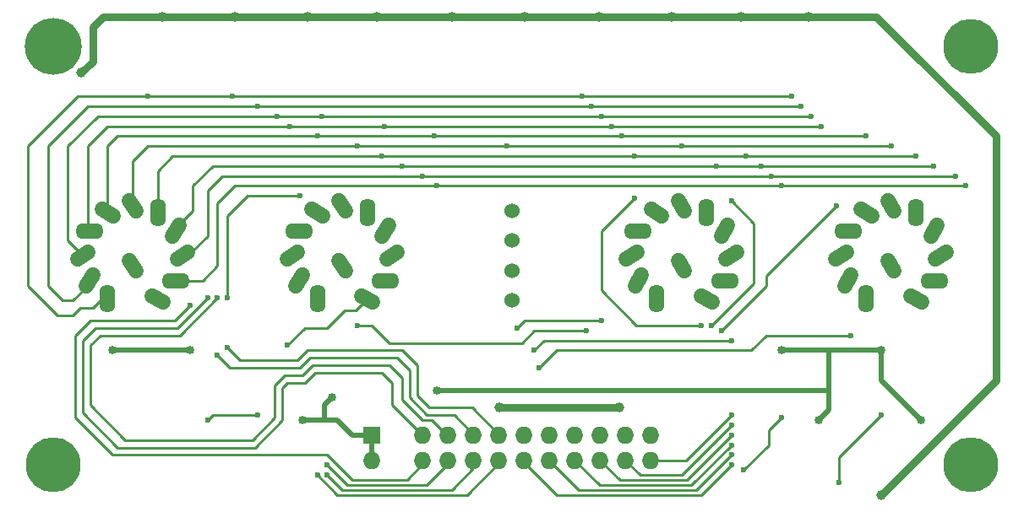
<source format=gbr>
G04 #@! TF.FileFunction,Copper,L2,Bot,Signal*
%FSLAX46Y46*%
G04 Gerber Fmt 4.6, Leading zero omitted, Abs format (unit mm)*
G04 Created by KiCad (PCBNEW 4.0.2-stable) date 9/20/2016 8:44:40 PM*
%MOMM*%
G01*
G04 APERTURE LIST*
%ADD10C,0.100000*%
%ADD11C,1.550000*%
%ADD12O,1.550000X2.800000*%
%ADD13O,2.800000X1.550000*%
%ADD14C,5.500000*%
%ADD15C,5.700000*%
%ADD16C,1.524000*%
%ADD17R,1.727200X1.727200*%
%ADD18O,1.727200X1.727200*%
%ADD19C,0.600000*%
%ADD20C,1.000000*%
%ADD21C,0.850000*%
%ADD22C,0.250000*%
%ADD23C,0.750000*%
%ADD24C,0.500000*%
G04 APERTURE END LIST*
D10*
D11*
X145312500Y-88541266D02*
X144687500Y-87458734D01*
D12*
X142500000Y-91330127D03*
D11*
X146958734Y-91017627D02*
X148041266Y-91642627D01*
D13*
X149330127Y-89500000D03*
D11*
X149458734Y-87312500D02*
X150541266Y-86687500D01*
X149017627Y-85041266D02*
X149642627Y-83958734D01*
D12*
X147500000Y-82669873D03*
D11*
X145312500Y-82541266D02*
X144687500Y-81458734D01*
X143041266Y-82982373D02*
X141958734Y-82357373D01*
D13*
X140669873Y-84500000D03*
D11*
X140541266Y-86687500D02*
X139458734Y-87312500D01*
X140982373Y-88958734D02*
X140357373Y-90041266D01*
X90312500Y-88541266D02*
X89687500Y-87458734D01*
D12*
X87500000Y-91330127D03*
D11*
X91958734Y-91017627D02*
X93041266Y-91642627D01*
D13*
X94330127Y-89500000D03*
D11*
X94458734Y-87312500D02*
X95541266Y-86687500D01*
X94017627Y-85041266D02*
X94642627Y-83958734D01*
D12*
X92500000Y-82669873D03*
D11*
X90312500Y-82541266D02*
X89687500Y-81458734D01*
X88041266Y-82982373D02*
X86958734Y-82357373D01*
D13*
X85669873Y-84500000D03*
D11*
X85541266Y-86687500D02*
X84458734Y-87312500D01*
X85982373Y-88958734D02*
X85357373Y-90041266D01*
X166312500Y-88541266D02*
X165687500Y-87458734D01*
D12*
X163500000Y-91330127D03*
D11*
X167958734Y-91017627D02*
X169041266Y-91642627D01*
D13*
X170330127Y-89500000D03*
D11*
X170458734Y-87312500D02*
X171541266Y-86687500D01*
X170017627Y-85041266D02*
X170642627Y-83958734D01*
D12*
X168500000Y-82669873D03*
D11*
X166312500Y-82541266D02*
X165687500Y-81458734D01*
X164041266Y-82982373D02*
X162958734Y-82357373D01*
D13*
X161669873Y-84500000D03*
D11*
X161541266Y-86687500D02*
X160458734Y-87312500D01*
X161982373Y-88958734D02*
X161357373Y-90041266D01*
D14*
X82000000Y-108000000D03*
X174000000Y-108000000D03*
X174000000Y-66000000D03*
D15*
X82000000Y-66000000D03*
D16*
X128000000Y-88500000D03*
X128000000Y-91500000D03*
X128000000Y-82500000D03*
X128000000Y-85500000D03*
D11*
X111312500Y-88541266D02*
X110687500Y-87458734D01*
D12*
X108500000Y-91330127D03*
D11*
X112958734Y-91017627D02*
X114041266Y-91642627D01*
D13*
X115330127Y-89500000D03*
D11*
X115458734Y-87312500D02*
X116541266Y-86687500D01*
X115017627Y-85041266D02*
X115642627Y-83958734D01*
D12*
X113500000Y-82669873D03*
D11*
X111312500Y-82541266D02*
X110687500Y-81458734D01*
X109041266Y-82982373D02*
X107958734Y-82357373D01*
D13*
X106669873Y-84500000D03*
D11*
X106541266Y-86687500D02*
X105458734Y-87312500D01*
X106982373Y-88958734D02*
X106357373Y-90041266D01*
D17*
X114000000Y-105000000D03*
D18*
X114000000Y-107540000D03*
X119080000Y-105000000D03*
X119080000Y-107540000D03*
X121620000Y-105000000D03*
X121620000Y-107540000D03*
X124160000Y-105000000D03*
X124160000Y-107540000D03*
X126700000Y-105000000D03*
X126700000Y-107540000D03*
X129240000Y-105000000D03*
X129240000Y-107540000D03*
X131780000Y-105000000D03*
X131780000Y-107540000D03*
X134320000Y-105000000D03*
X134320000Y-107540000D03*
X136860000Y-105000000D03*
X136860000Y-107540000D03*
X139400000Y-105000000D03*
X139400000Y-107540000D03*
X141940000Y-105000000D03*
X141940000Y-107540000D03*
D19*
X120500000Y-80000000D03*
X155000000Y-80000000D03*
X173500000Y-80000000D03*
X119000000Y-79000000D03*
X154000000Y-79000000D03*
X172500000Y-79000000D03*
X117000000Y-78000000D03*
X148500000Y-78000000D03*
X153000000Y-78000000D03*
X170250000Y-78000000D03*
X115000000Y-77000000D03*
X140250000Y-77000000D03*
X151500000Y-77000000D03*
X168500000Y-77000000D03*
X112500000Y-76000000D03*
X127500000Y-76000000D03*
X145000000Y-76000000D03*
X166000000Y-76000000D03*
X108500000Y-75000000D03*
X120250000Y-75000000D03*
X139000000Y-75000000D03*
X163500000Y-75000000D03*
X105750000Y-74000000D03*
X115250000Y-74000000D03*
X138000000Y-74000000D03*
X159000000Y-74000000D03*
X104500000Y-73000000D03*
X109000000Y-73000000D03*
X137000000Y-73000000D03*
X158000000Y-73000000D03*
X102500000Y-72000000D03*
X136000000Y-72000000D03*
X157000000Y-72000000D03*
X91500000Y-71000000D03*
X100000000Y-71000000D03*
X135000000Y-71000000D03*
X156000000Y-71000000D03*
X160500000Y-82000000D03*
X150000000Y-103000000D03*
X149000000Y-94500000D03*
X97500000Y-91250000D03*
X98500000Y-91250000D03*
X99500000Y-91250000D03*
X95750000Y-92000000D03*
X106750000Y-81000000D03*
X98500000Y-97000000D03*
X109500000Y-108000000D03*
X99500000Y-96250000D03*
X109500000Y-109000000D03*
X130250000Y-96500000D03*
X150000000Y-95500000D03*
X150000000Y-107000000D03*
X130750000Y-98250000D03*
X162000000Y-95000000D03*
X150000000Y-106000000D03*
X150000000Y-105000000D03*
X147000000Y-94000000D03*
X140250000Y-81250000D03*
D20*
X138750000Y-102250000D03*
X126750000Y-102250000D03*
X84875000Y-68625000D03*
X165000000Y-111000000D03*
X93000000Y-63000000D03*
X114500000Y-63000000D03*
X122000000Y-63000000D03*
X129250000Y-63000000D03*
X136750000Y-63000000D03*
X144000000Y-63000000D03*
X151000000Y-63000000D03*
X157750000Y-63000000D03*
X100250000Y-63000000D03*
X107500000Y-63000000D03*
D19*
X150000000Y-104000000D03*
X150000000Y-81500000D03*
X148000000Y-94000000D03*
X150000000Y-108000000D03*
X137000000Y-93500000D03*
X128500000Y-94250000D03*
X135500000Y-94500000D03*
X112500000Y-94000000D03*
X108500000Y-109000000D03*
X151250000Y-108500000D03*
X155000000Y-103250000D03*
X160750000Y-109750000D03*
X165000000Y-103000000D03*
X102500000Y-103000000D03*
X97500000Y-103500000D03*
D21*
X110000000Y-101250000D03*
X88000000Y-96500000D03*
X95750000Y-96500000D03*
X120500000Y-100500000D03*
X158750000Y-103500000D03*
X169000000Y-103500000D03*
X165000000Y-96500000D03*
X155000000Y-96500000D03*
X107000000Y-103500000D03*
D19*
X105500000Y-96000000D03*
D22*
X155000000Y-80000000D02*
X173500000Y-80000000D01*
X100250000Y-80000000D02*
X120500000Y-80000000D01*
X98500000Y-81750000D02*
X100250000Y-80000000D01*
X97000000Y-89500000D02*
X98500000Y-88000000D01*
X98500000Y-88000000D02*
X98500000Y-81750000D01*
X97000000Y-89500000D02*
X94330127Y-89500000D01*
X120500000Y-80000000D02*
X155000000Y-80000000D01*
X99000000Y-79000000D02*
X119000000Y-79000000D01*
X119000000Y-79000000D02*
X154000000Y-79000000D01*
X154000000Y-79000000D02*
X172500000Y-79000000D01*
X99000000Y-79000000D02*
X97500000Y-80500000D01*
X97500000Y-85000000D02*
X97500000Y-80500000D01*
X94750000Y-87000000D02*
X94750000Y-86750000D01*
X95000000Y-87000000D02*
X95500000Y-87000000D01*
X95500000Y-87000000D02*
X97500000Y-85000000D01*
X98000000Y-78000000D02*
X117000000Y-78000000D01*
X117000000Y-78000000D02*
X148500000Y-78000000D01*
X148500000Y-78000000D02*
X153000000Y-78000000D01*
X153000000Y-78000000D02*
X170250000Y-78000000D01*
X94330127Y-84169873D02*
X96000000Y-82500000D01*
X96000000Y-82500000D02*
X96000000Y-80000000D01*
X96000000Y-80000000D02*
X98000000Y-78000000D01*
X94330127Y-84500000D02*
X94330127Y-84169873D01*
X94000000Y-77000000D02*
X115000000Y-77000000D01*
X115000000Y-77000000D02*
X140250000Y-77000000D01*
X140250000Y-77000000D02*
X151500000Y-77000000D01*
X151500000Y-77000000D02*
X168500000Y-77000000D01*
X92500000Y-78500000D02*
X94000000Y-77000000D01*
X92500000Y-82500000D02*
X92500000Y-78500000D01*
X92375000Y-82886379D02*
X92375000Y-82625000D01*
X92375000Y-82625000D02*
X92500000Y-82500000D01*
X90000000Y-77500000D02*
X91500000Y-76000000D01*
X91500000Y-76000000D02*
X112500000Y-76000000D01*
X112500000Y-76000000D02*
X127500000Y-76000000D01*
X127500000Y-76000000D02*
X145000000Y-76000000D01*
X145000000Y-76000000D02*
X166000000Y-76000000D01*
X90000000Y-82500000D02*
X90000000Y-77500000D01*
X90000000Y-82250000D02*
X90250000Y-82250000D01*
X90250000Y-82250000D02*
X90000000Y-82500000D01*
X88500000Y-75000000D02*
X87500000Y-76000000D01*
X87500000Y-82500000D02*
X87500000Y-76000000D01*
X88500000Y-75000000D02*
X108500000Y-75000000D01*
X108500000Y-75000000D02*
X120250000Y-75000000D01*
X120250000Y-75000000D02*
X139000000Y-75000000D01*
X139000000Y-75000000D02*
X163500000Y-75000000D01*
X87625000Y-82886379D02*
X87625000Y-82625000D01*
X87625000Y-82625000D02*
X87500000Y-82500000D01*
X87500000Y-74000000D02*
X105750000Y-74000000D01*
X105750000Y-74000000D02*
X115250000Y-74000000D01*
X115250000Y-74000000D02*
X138000000Y-74000000D01*
X138000000Y-74000000D02*
X159000000Y-74000000D01*
X87500000Y-74000000D02*
X85500000Y-76000000D01*
X85500000Y-84500000D02*
X85500000Y-76000000D01*
X85886379Y-84625000D02*
X85625000Y-84625000D01*
X85625000Y-84625000D02*
X85500000Y-84500000D01*
X158000000Y-73000000D02*
X137000000Y-73000000D01*
X137000000Y-73000000D02*
X109000000Y-73000000D01*
X109000000Y-73000000D02*
X104500000Y-73000000D01*
X104500000Y-73000000D02*
X86500000Y-73000000D01*
X86500000Y-73000000D02*
X83500000Y-76000000D01*
X85000000Y-87000000D02*
X83500000Y-85500000D01*
X83500000Y-85500000D02*
X83500000Y-76000000D01*
X85250000Y-87000000D02*
X85000000Y-87000000D01*
X81500000Y-76000000D02*
X85500000Y-72000000D01*
X85500000Y-72000000D02*
X102500000Y-72000000D01*
X84000000Y-91500000D02*
X85669873Y-89830127D01*
X84000000Y-91500000D02*
X83000000Y-91500000D01*
X83000000Y-91500000D02*
X81500000Y-90000000D01*
X81500000Y-90000000D02*
X81500000Y-76000000D01*
X102500000Y-72000000D02*
X136000000Y-72000000D01*
X136000000Y-72000000D02*
X157000000Y-72000000D01*
X85669873Y-89500000D02*
X85669873Y-89830127D01*
X84500000Y-71000000D02*
X91500000Y-71000000D01*
X91500000Y-71000000D02*
X100000000Y-71000000D01*
X100000000Y-71000000D02*
X135000000Y-71000000D01*
X135000000Y-71000000D02*
X156000000Y-71000000D01*
X86000000Y-92250000D02*
X86919873Y-91330127D01*
X84750000Y-92250000D02*
X84000000Y-93000000D01*
X86000000Y-92250000D02*
X84750000Y-92250000D01*
X84000000Y-93000000D02*
X82500000Y-93000000D01*
X82500000Y-93000000D02*
X79500000Y-90000000D01*
X79500000Y-90000000D02*
X79500000Y-76000000D01*
X84500000Y-71000000D02*
X79500000Y-76000000D01*
X87500000Y-91330127D02*
X86919873Y-91330127D01*
X87500000Y-91330127D02*
X87169873Y-91330127D01*
X149000000Y-94500000D02*
X153500000Y-90000000D01*
X153500000Y-89000000D02*
X153500000Y-90000000D01*
X160500000Y-82000000D02*
X153500000Y-89000000D01*
X141940000Y-107540000D02*
X145460000Y-107540000D01*
X145460000Y-107540000D02*
X150000000Y-103000000D01*
X86250000Y-94250000D02*
X94500000Y-94250000D01*
X97500000Y-91250000D02*
X94500000Y-94250000D01*
X88500000Y-106250000D02*
X85000000Y-102750000D01*
X85000000Y-102750000D02*
X85000000Y-95500000D01*
X85000000Y-95500000D02*
X86250000Y-94250000D01*
X116000000Y-99750000D02*
X116000000Y-102000000D01*
X105000000Y-103500000D02*
X102250000Y-106250000D01*
X105000000Y-100250000D02*
X105000000Y-103500000D01*
X105500000Y-99750000D02*
X105000000Y-100250000D01*
X107250000Y-99750000D02*
X105500000Y-99750000D01*
X108250000Y-98750000D02*
X107250000Y-99750000D01*
X115000000Y-98750000D02*
X108250000Y-98750000D01*
X116000000Y-99750000D02*
X115000000Y-98750000D01*
X102250000Y-106250000D02*
X88500000Y-106250000D01*
X116000000Y-102000000D02*
X119000000Y-105000000D01*
X119000000Y-105000000D02*
X119080000Y-105000000D01*
X105250000Y-99000000D02*
X107000000Y-99000000D01*
X115750000Y-98000000D02*
X108000000Y-98000000D01*
X117000000Y-99250000D02*
X115750000Y-98000000D01*
X117000000Y-101500000D02*
X117000000Y-99250000D01*
X119000000Y-103500000D02*
X117000000Y-101500000D01*
X120000000Y-103500000D02*
X119000000Y-103500000D01*
X121500000Y-105000000D02*
X120000000Y-103500000D01*
X86750000Y-95000000D02*
X85750000Y-96000000D01*
X85750000Y-96000000D02*
X85750000Y-102000000D01*
X85750000Y-102000000D02*
X89250000Y-105500000D01*
X89250000Y-105500000D02*
X102000000Y-105500000D01*
X102000000Y-105500000D02*
X104250000Y-103250000D01*
X104250000Y-103250000D02*
X104250000Y-100000000D01*
X104250000Y-100000000D02*
X105250000Y-99000000D01*
X94750000Y-95000000D02*
X86750000Y-95000000D01*
X98500000Y-91250000D02*
X94750000Y-95000000D01*
X107000000Y-99000000D02*
X108000000Y-98000000D01*
X121620000Y-105000000D02*
X121500000Y-105000000D01*
X119080000Y-107920000D02*
X117500000Y-109500000D01*
X101500000Y-81000000D02*
X99500000Y-83000000D01*
X99500000Y-91250000D02*
X99500000Y-83000000D01*
X94250000Y-93500000D02*
X95750000Y-92000000D01*
X94250000Y-93500000D02*
X85750000Y-93500000D01*
X84250000Y-103250000D02*
X84250000Y-95000000D01*
X84250000Y-95000000D02*
X85750000Y-93500000D01*
X88000000Y-107000000D02*
X84250000Y-103250000D01*
X109500000Y-107000000D02*
X88000000Y-107000000D01*
X117500000Y-109500000D02*
X112000000Y-109500000D01*
X109500000Y-107000000D02*
X112000000Y-109500000D01*
X101500000Y-81000000D02*
X106750000Y-81000000D01*
X119080000Y-107540000D02*
X119080000Y-107920000D01*
X116500000Y-97250000D02*
X107750000Y-97250000D01*
X122250000Y-103000000D02*
X119500000Y-103000000D01*
X124160000Y-104910000D02*
X122250000Y-103000000D01*
X117750000Y-98500000D02*
X116500000Y-97250000D01*
X117750000Y-101250000D02*
X117750000Y-98500000D01*
X119500000Y-103000000D02*
X117750000Y-101250000D01*
X107750000Y-97250000D02*
X106750000Y-98250000D01*
X99750000Y-98250000D02*
X106750000Y-98250000D01*
X98500000Y-97000000D02*
X99750000Y-98250000D01*
X124160000Y-104910000D02*
X124160000Y-105000000D01*
X111500000Y-110000000D02*
X109500000Y-108000000D01*
X119500000Y-110000000D02*
X111500000Y-110000000D01*
X119500000Y-110000000D02*
X121620000Y-107880000D01*
X121620000Y-107540000D02*
X121620000Y-107880000D01*
X124000000Y-102250000D02*
X119750000Y-102250000D01*
X126700000Y-104950000D02*
X124000000Y-102250000D01*
X117000000Y-96500000D02*
X107500000Y-96500000D01*
X118500000Y-98000000D02*
X117000000Y-96500000D01*
X118500000Y-101000000D02*
X118500000Y-98000000D01*
X119750000Y-102250000D02*
X118500000Y-101000000D01*
X106500000Y-97500000D02*
X107500000Y-96500000D01*
X99500000Y-96250000D02*
X100750000Y-97500000D01*
X100750000Y-97500000D02*
X106500000Y-97500000D01*
X126700000Y-105000000D02*
X126700000Y-104950000D01*
X124160000Y-108340000D02*
X122000000Y-110500000D01*
X122000000Y-110500000D02*
X111000000Y-110500000D01*
X111000000Y-110500000D02*
X109500000Y-109000000D01*
X124160000Y-107540000D02*
X124160000Y-108340000D01*
X150000000Y-95500000D02*
X131250000Y-95500000D01*
X131250000Y-95500000D02*
X130250000Y-96500000D01*
X134740000Y-110500000D02*
X131780000Y-107540000D01*
X146500000Y-110500000D02*
X134740000Y-110500000D01*
X150000000Y-107000000D02*
X146500000Y-110500000D01*
X132500000Y-96500000D02*
X130750000Y-98250000D01*
X152000000Y-96500000D02*
X132500000Y-96500000D01*
X153500000Y-95000000D02*
X162000000Y-95000000D01*
X152000000Y-96500000D02*
X153500000Y-95000000D01*
X146000000Y-110000000D02*
X150000000Y-106000000D01*
X134320000Y-107540000D02*
X136780000Y-110000000D01*
X146000000Y-110000000D02*
X136780000Y-110000000D01*
X140250000Y-81250000D02*
X137000000Y-84500000D01*
X140500000Y-94000000D02*
X137000000Y-90500000D01*
X145500000Y-109500000D02*
X150000000Y-105000000D01*
X138820000Y-109500000D02*
X145500000Y-109500000D01*
X136860000Y-107540000D02*
X138820000Y-109500000D01*
X140500000Y-94000000D02*
X147000000Y-94000000D01*
X137000000Y-84500000D02*
X137000000Y-90500000D01*
D23*
X126750000Y-102250000D02*
X138750000Y-102250000D01*
X84875000Y-68625000D02*
X86000000Y-67500000D01*
X93000000Y-63000000D02*
X87000000Y-63000000D01*
X87000000Y-63000000D02*
X86000000Y-64000000D01*
X86000000Y-64000000D02*
X86000000Y-67500000D01*
X164500000Y-63000000D02*
X176500000Y-75000000D01*
X176500000Y-75000000D02*
X176500000Y-99500000D01*
X176500000Y-99500000D02*
X165000000Y-111000000D01*
X164500000Y-63000000D02*
X157750000Y-63000000D01*
X100250000Y-63000000D02*
X93000000Y-63000000D01*
X107500000Y-63000000D02*
X100250000Y-63000000D01*
X114500000Y-63000000D02*
X107500000Y-63000000D01*
X122000000Y-63000000D02*
X114500000Y-63000000D01*
X129250000Y-63000000D02*
X122000000Y-63000000D01*
X136750000Y-63000000D02*
X129250000Y-63000000D01*
X144000000Y-63000000D02*
X136750000Y-63000000D01*
X151000000Y-63000000D02*
X144000000Y-63000000D01*
X157750000Y-63000000D02*
X151000000Y-63000000D01*
D22*
X145000000Y-109000000D02*
X140860000Y-109000000D01*
X152250000Y-89750000D02*
X148000000Y-94000000D01*
X150000000Y-81500000D02*
X152250000Y-83750000D01*
X152250000Y-83750000D02*
X152250000Y-89750000D01*
X139400000Y-107540000D02*
X140860000Y-109000000D01*
X150000000Y-104000000D02*
X145000000Y-109000000D01*
X147000000Y-111000000D02*
X150000000Y-108000000D01*
X132500000Y-111000000D02*
X147000000Y-111000000D01*
X129240000Y-107740000D02*
X132500000Y-111000000D01*
X137000000Y-93500000D02*
X129250000Y-93500000D01*
X129250000Y-93500000D02*
X128500000Y-94250000D01*
X129240000Y-107540000D02*
X129240000Y-107740000D01*
X129000000Y-95750000D02*
X115750000Y-95750000D01*
X130250000Y-94500000D02*
X129000000Y-95750000D01*
X131250000Y-94500000D02*
X130250000Y-94500000D01*
X135500000Y-94500000D02*
X131250000Y-94500000D01*
X112500000Y-94000000D02*
X114000000Y-94000000D01*
X126700000Y-107800000D02*
X123500000Y-111000000D01*
X123500000Y-111000000D02*
X110500000Y-111000000D01*
X108500000Y-109000000D02*
X110500000Y-111000000D01*
X114000000Y-94000000D02*
X115750000Y-95750000D01*
X126700000Y-107540000D02*
X126700000Y-107800000D01*
X151250000Y-108500000D02*
X153750000Y-106000000D01*
X155000000Y-103250000D02*
X153750000Y-104500000D01*
X153750000Y-104500000D02*
X153750000Y-106000000D01*
X160750000Y-107250000D02*
X160750000Y-109750000D01*
X165000000Y-103000000D02*
X160750000Y-107250000D01*
X98000000Y-103000000D02*
X102500000Y-103000000D01*
X97500000Y-103500000D02*
X98000000Y-103000000D01*
D24*
X109250000Y-103500000D02*
X109250000Y-102000000D01*
X109250000Y-102000000D02*
X110000000Y-101250000D01*
X114000000Y-105000000D02*
X114000000Y-107540000D01*
X88000000Y-96500000D02*
X95750000Y-96500000D01*
X159750000Y-100500000D02*
X120500000Y-100500000D01*
X159750000Y-102500000D02*
X159750000Y-100500000D01*
X159750000Y-100500000D02*
X159750000Y-96500000D01*
X158750000Y-103500000D02*
X159750000Y-102500000D01*
X165000000Y-99500000D02*
X165000000Y-96500000D01*
X169000000Y-103500000D02*
X165000000Y-99500000D01*
X155000000Y-96500000D02*
X159750000Y-96500000D01*
X159750000Y-96500000D02*
X165000000Y-96500000D01*
X114000000Y-105000000D02*
X112000000Y-105000000D01*
X110500000Y-103500000D02*
X109250000Y-103500000D01*
X109250000Y-103500000D02*
X107000000Y-103500000D01*
X112000000Y-105000000D02*
X110500000Y-103500000D01*
D22*
X105500000Y-96000000D02*
X107250000Y-94250000D01*
X107250000Y-94250000D02*
X109500000Y-94250000D01*
X112330127Y-92500000D02*
X113500000Y-91330127D01*
X111250000Y-92500000D02*
X112330127Y-92500000D01*
X109500000Y-94250000D02*
X111250000Y-92500000D01*
M02*

</source>
